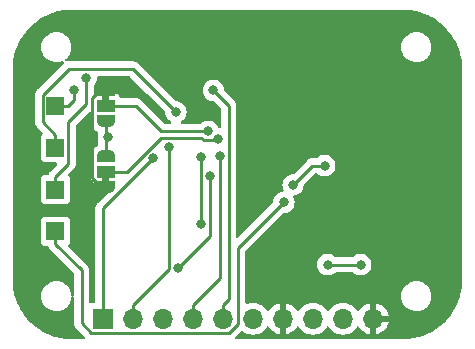
<source format=gbr>
%TF.GenerationSoftware,KiCad,Pcbnew,7.0.7*%
%TF.CreationDate,2025-04-13T10:38:35+09:30*%
%TF.ProjectId,MCP3909_Breakout,4d435033-3930-4395-9f42-7265616b6f75,rev?*%
%TF.SameCoordinates,Original*%
%TF.FileFunction,Copper,L2,Bot*%
%TF.FilePolarity,Positive*%
%FSLAX46Y46*%
G04 Gerber Fmt 4.6, Leading zero omitted, Abs format (unit mm)*
G04 Created by KiCad (PCBNEW 7.0.7) date 2025-04-13 10:38:35*
%MOMM*%
%LPD*%
G01*
G04 APERTURE LIST*
G04 Aperture macros list*
%AMFreePoly0*
4,1,19,0.550000,-0.750000,0.000000,-0.750000,0.000000,-0.744911,-0.071157,-0.744911,-0.207708,-0.704816,-0.327430,-0.627875,-0.420627,-0.520320,-0.479746,-0.390866,-0.500000,-0.250000,-0.500000,0.250000,-0.479746,0.390866,-0.420627,0.520320,-0.327430,0.627875,-0.207708,0.704816,-0.071157,0.744911,0.000000,0.744911,0.000000,0.750000,0.550000,0.750000,0.550000,-0.750000,0.550000,-0.750000,
$1*%
%AMFreePoly1*
4,1,19,0.000000,0.744911,0.071157,0.744911,0.207708,0.704816,0.327430,0.627875,0.420627,0.520320,0.479746,0.390866,0.500000,0.250000,0.500000,-0.250000,0.479746,-0.390866,0.420627,-0.520320,0.327430,-0.627875,0.207708,-0.704816,0.071157,-0.744911,0.000000,-0.744911,0.000000,-0.750000,-0.550000,-0.750000,-0.550000,0.750000,0.000000,0.750000,0.000000,0.744911,0.000000,0.744911,
$1*%
G04 Aperture macros list end*
%TA.AperFunction,ComponentPad*%
%ADD10R,1.700000X1.700000*%
%TD*%
%TA.AperFunction,ComponentPad*%
%ADD11O,1.700000X1.700000*%
%TD*%
%TA.AperFunction,SMDPad,CuDef*%
%ADD12R,1.500000X1.500000*%
%TD*%
%TA.AperFunction,SMDPad,CuDef*%
%ADD13FreePoly0,270.000000*%
%TD*%
%TA.AperFunction,SMDPad,CuDef*%
%ADD14R,1.500000X1.000000*%
%TD*%
%TA.AperFunction,SMDPad,CuDef*%
%ADD15FreePoly1,270.000000*%
%TD*%
%TA.AperFunction,SMDPad,CuDef*%
%ADD16FreePoly0,90.000000*%
%TD*%
%TA.AperFunction,SMDPad,CuDef*%
%ADD17FreePoly1,90.000000*%
%TD*%
%TA.AperFunction,ViaPad*%
%ADD18C,0.800000*%
%TD*%
%TA.AperFunction,Conductor*%
%ADD19C,0.250000*%
%TD*%
G04 APERTURE END LIST*
%TA.AperFunction,EtchedComponent*%
%TO.C,JP1*%
G36*
X132634000Y-93580000D02*
G01*
X132034000Y-93580000D01*
X132034000Y-93080000D01*
X132634000Y-93080000D01*
X132634000Y-93580000D01*
G37*
%TD.AperFunction*%
%TA.AperFunction,EtchedComponent*%
%TO.C,JP2*%
G36*
X132634000Y-100468000D02*
G01*
X132034000Y-100468000D01*
X132034000Y-99968000D01*
X132634000Y-99968000D01*
X132634000Y-100468000D01*
G37*
%TD.AperFunction*%
%TD*%
D10*
%TO.P,J1,1,Pin_1*%
%TO.N,VIN*%
X132080000Y-112014000D03*
D11*
%TO.P,J1,2,Pin_2*%
%TO.N,~{CS}{slash}F0*%
X134620000Y-112014000D03*
%TO.P,J1,3,Pin_3*%
%TO.N,SCK{slash}F2*%
X137160000Y-112014000D03*
%TO.P,J1,4,Pin_4*%
%TO.N,MOSI{slash}F1*%
X139700000Y-112014000D03*
%TO.P,J1,5,Pin_5*%
%TO.N,MISO{slash}NEG*%
X142240000Y-112014000D03*
%TO.P,J1,6,Pin_6*%
%TO.N,UP_IN*%
X144780000Y-112014000D03*
%TO.P,J1,7,Pin_7*%
%TO.N,GND*%
X147320000Y-112014000D03*
%TO.P,J1,8,Pin_8*%
%TO.N,IAN_IN*%
X149860000Y-112014000D03*
%TO.P,J1,9,Pin_9*%
%TO.N,IAP_IN*%
X152400000Y-112014000D03*
%TO.P,J1,10,Pin_10*%
%TO.N,GND*%
X154940000Y-112014000D03*
%TD*%
D12*
%TO.P,TP4,1,1*%
%TO.N,~{MCLR}*%
X128068700Y-104636000D03*
%TD*%
%TO.P,TP1,1,1*%
%TO.N,FOUT0*%
X128068700Y-93986000D03*
%TD*%
D13*
%TO.P,JP1,1,A*%
%TO.N,GND*%
X132334000Y-92680000D03*
D14*
%TO.P,JP1,2,C*%
%TO.N,G0*%
X132334000Y-93980000D03*
D15*
%TO.P,JP1,3,B*%
%TO.N,VIN*%
X132334000Y-95280000D03*
%TD*%
D12*
%TO.P,TP2,1,1*%
%TO.N,FOUT1*%
X128068700Y-97536000D03*
%TD*%
D16*
%TO.P,JP2,1,A*%
%TO.N,GND*%
X132334000Y-100868000D03*
D14*
%TO.P,JP2,2,C*%
%TO.N,G1*%
X132334000Y-99568000D03*
D17*
%TO.P,JP2,3,B*%
%TO.N,VIN*%
X132334000Y-98268000D03*
%TD*%
D12*
%TO.P,TP3,1,1*%
%TO.N,HFOUT*%
X128068700Y-101086000D03*
%TD*%
D18*
%TO.N,GND*%
X130671600Y-98049800D03*
%TO.N,UP*%
X140391700Y-98359200D03*
X140391700Y-104038500D03*
%TO.N,UN*%
X141119400Y-99906600D03*
X138428100Y-107735100D03*
%TO.N,VIN*%
X136319200Y-98443200D03*
X132553769Y-96659390D03*
%TO.N,IAP_IN*%
X153924000Y-107442000D03*
X151130000Y-107442000D03*
%TO.N,G0*%
X141005100Y-96142800D03*
%TO.N,G1*%
X141869900Y-96763200D03*
%TO.N,FOUT0*%
X129631300Y-92650300D03*
%TO.N,FOUT1*%
X138269500Y-94511300D03*
%TO.N,HFOUT*%
X130677000Y-91632000D03*
%TO.N,~{MCLR}*%
X147408700Y-102171600D03*
%TO.N,SCK{slash}F2*%
X148181049Y-100683049D03*
X150876000Y-99060000D03*
%TO.N,MOSI{slash}F1*%
X141999600Y-98264300D03*
%TO.N,~{CS}{slash}F0*%
X137657900Y-97490100D03*
%TO.N,MISO{slash}NEG*%
X141436400Y-92685900D03*
%TD*%
D19*
%TO.N,GND*%
X131184700Y-98049800D02*
X130671600Y-98049800D01*
X131184700Y-100135400D02*
X131917300Y-100868000D01*
X131917300Y-100868000D02*
X132334000Y-100868000D01*
X131184700Y-93373500D02*
X131878200Y-92680000D01*
X131184700Y-98049800D02*
X131184700Y-100135400D01*
X131184700Y-98049800D02*
X131184700Y-93373500D01*
X131878200Y-92680000D02*
X132334000Y-92680000D01*
%TO.N,UP*%
X140391700Y-104038500D02*
X140391700Y-98359200D01*
%TO.N,UN*%
X138428100Y-107735100D02*
X141119400Y-105043800D01*
X141119400Y-105043800D02*
X141119400Y-99906600D01*
%TO.N,VIN*%
X132553769Y-96659390D02*
X132334000Y-96439621D01*
X132553769Y-96659390D02*
X132334000Y-96879159D01*
X132080000Y-102682400D02*
X136319200Y-98443200D01*
X132080000Y-112014000D02*
X132080000Y-102682400D01*
X132334000Y-96439621D02*
X132334000Y-95280000D01*
X132334000Y-96879159D02*
X132334000Y-98268000D01*
%TO.N,IAP_IN*%
X151130000Y-107442000D02*
X153924000Y-107442000D01*
%TO.N,G0*%
X137036800Y-96142800D02*
X141005100Y-96142800D01*
X132334000Y-93980000D02*
X134874000Y-93980000D01*
X134874000Y-93980000D02*
X137036800Y-96142800D01*
%TO.N,G1*%
X141739800Y-96893300D02*
X140610900Y-96893300D01*
X140610900Y-96893300D02*
X140434500Y-96716900D01*
X140434500Y-96716900D02*
X137017600Y-96716900D01*
X137017600Y-96716900D02*
X134166500Y-99568000D01*
X134166500Y-99568000D02*
X132334000Y-99568000D01*
X141869900Y-96763200D02*
X141739800Y-96893300D01*
%TO.N,FOUT0*%
X128068700Y-93986000D02*
X129145600Y-93986000D01*
X129631300Y-93500300D02*
X129631300Y-92650300D01*
X129145600Y-93986000D02*
X129631300Y-93500300D01*
%TO.N,FOUT1*%
X128068700Y-96459100D02*
X126991800Y-95382200D01*
X128068700Y-97536000D02*
X128068700Y-96459100D01*
X126991800Y-93044500D02*
X129184000Y-90852300D01*
X129184000Y-90852300D02*
X134610500Y-90852300D01*
X134610500Y-90852300D02*
X138269500Y-94511300D01*
X126991800Y-95382200D02*
X126991800Y-93044500D01*
%TO.N,HFOUT*%
X128068700Y-101086000D02*
X128068700Y-100009100D01*
X129145600Y-95382200D02*
X130677000Y-93850800D01*
X129145600Y-98932200D02*
X129145600Y-95382200D01*
X128068700Y-100009100D02*
X129145600Y-98932200D01*
X130677000Y-93850800D02*
X130677000Y-91632000D01*
%TO.N,~{MCLR}*%
X128068700Y-104636000D02*
X128068700Y-105712900D01*
X131050200Y-113190900D02*
X142782700Y-113190900D01*
X143510000Y-106070300D02*
X147408700Y-102171600D01*
X130283700Y-112424400D02*
X131050200Y-113190900D01*
X142782700Y-113190900D02*
X143510000Y-112463600D01*
X130283700Y-107927900D02*
X130283700Y-112424400D01*
X143510000Y-112463600D02*
X143510000Y-106070300D01*
X128068700Y-105712900D02*
X130283700Y-107927900D01*
%TO.N,SCK{slash}F2*%
X150876000Y-99060000D02*
X149804098Y-99060000D01*
X149804098Y-99060000D02*
X148181049Y-100683049D01*
%TO.N,MOSI{slash}F1*%
X139700000Y-110837100D02*
X141999600Y-108537500D01*
X139700000Y-112014000D02*
X139700000Y-110837100D01*
X141999600Y-108537500D02*
X141999600Y-98264300D01*
%TO.N,~{CS}{slash}F0*%
X134620000Y-110837100D02*
X137657900Y-107799200D01*
X137657900Y-107799200D02*
X137657900Y-97490100D01*
X134620000Y-112014000D02*
X134620000Y-110837100D01*
%TO.N,MISO{slash}NEG*%
X142240000Y-110837100D02*
X142726900Y-110350200D01*
X142726900Y-110350200D02*
X142726900Y-93976400D01*
X142726900Y-93976400D02*
X141436400Y-92685900D01*
X142240000Y-112014000D02*
X142240000Y-110837100D01*
%TD*%
%TA.AperFunction,Conductor*%
%TO.N,GND*%
G36*
X158013617Y-85852477D02*
G01*
X158048612Y-85856838D01*
X158089682Y-85861957D01*
X158294762Y-85888957D01*
X158299304Y-85889731D01*
X158514278Y-85934807D01*
X158716602Y-85979661D01*
X158720845Y-85980761D01*
X158904802Y-86035527D01*
X158931379Y-86043440D01*
X159129265Y-86105833D01*
X159133088Y-86107179D01*
X159337023Y-86186755D01*
X159337807Y-86187061D01*
X159529664Y-86266531D01*
X159533139Y-86268097D01*
X159680425Y-86340101D01*
X159730622Y-86364641D01*
X159730634Y-86364647D01*
X159914969Y-86460605D01*
X159918072Y-86462336D01*
X160106992Y-86574907D01*
X160282412Y-86686662D01*
X160285127Y-86688494D01*
X160464204Y-86816353D01*
X160629302Y-86943037D01*
X160631630Y-86944914D01*
X160799664Y-87087230D01*
X160954214Y-87228850D01*
X161110940Y-87385575D01*
X161252579Y-87540147D01*
X161394865Y-87708143D01*
X161396742Y-87710471D01*
X161523448Y-87875598D01*
X161651313Y-88054683D01*
X161653140Y-88057391D01*
X161653143Y-88057396D01*
X161653145Y-88057398D01*
X161764884Y-88232794D01*
X161877465Y-88421731D01*
X161879199Y-88424840D01*
X161975151Y-88609164D01*
X162054140Y-88770736D01*
X162071156Y-88805542D01*
X162071688Y-88806629D01*
X162073269Y-88810134D01*
X162152737Y-89001989D01*
X162232600Y-89206660D01*
X162233972Y-89210555D01*
X162296355Y-89408406D01*
X162359030Y-89618928D01*
X162360138Y-89623201D01*
X162404992Y-89825522D01*
X162450059Y-90040455D01*
X162450849Y-90045087D01*
X162477855Y-90250227D01*
X162505027Y-90468218D01*
X162505444Y-90473185D01*
X162514442Y-90679297D01*
X162523398Y-90895818D01*
X162523398Y-108675898D01*
X162514410Y-108893196D01*
X162505441Y-109098609D01*
X162505024Y-109103575D01*
X162477852Y-109321566D01*
X162450846Y-109526705D01*
X162450056Y-109531338D01*
X162404988Y-109746280D01*
X162360134Y-109948597D01*
X162359026Y-109952869D01*
X162296352Y-110163389D01*
X162233972Y-110361233D01*
X162232600Y-110365128D01*
X162152730Y-110569817D01*
X162073267Y-110761656D01*
X162071687Y-110765161D01*
X161975154Y-110962622D01*
X161879192Y-111146962D01*
X161877458Y-111150071D01*
X161764888Y-111338991D01*
X161653131Y-111514412D01*
X161651300Y-111517126D01*
X161523446Y-111696197D01*
X161396742Y-111861321D01*
X161394865Y-111863649D01*
X161252566Y-112031661D01*
X161110955Y-112186202D01*
X160954202Y-112342955D01*
X160799661Y-112484566D01*
X160631649Y-112626865D01*
X160629321Y-112628742D01*
X160464197Y-112755446D01*
X160285126Y-112883300D01*
X160282412Y-112885131D01*
X160106991Y-112996888D01*
X159918071Y-113109458D01*
X159914962Y-113111192D01*
X159730622Y-113207154D01*
X159533161Y-113303687D01*
X159529656Y-113305267D01*
X159337817Y-113384730D01*
X159133128Y-113464600D01*
X159129233Y-113465972D01*
X158931389Y-113528352D01*
X158720869Y-113591026D01*
X158716597Y-113592134D01*
X158514280Y-113636988D01*
X158299338Y-113682056D01*
X158294705Y-113682846D01*
X158089566Y-113709852D01*
X157871575Y-113737024D01*
X157866609Y-113737441D01*
X157661196Y-113746410D01*
X157443898Y-113755398D01*
X143402153Y-113755398D01*
X143335114Y-113735713D01*
X143289359Y-113682909D01*
X143279415Y-113613751D01*
X143308440Y-113550195D01*
X143314472Y-113543717D01*
X143530621Y-113327568D01*
X143774502Y-113083686D01*
X143835824Y-113050203D01*
X143905516Y-113055187D01*
X143933300Y-113069790D01*
X144102170Y-113188035D01*
X144316337Y-113287903D01*
X144544592Y-113349063D01*
X144732918Y-113365539D01*
X144779999Y-113369659D01*
X144780000Y-113369659D01*
X144780001Y-113369659D01*
X144819234Y-113366226D01*
X145015408Y-113349063D01*
X145243663Y-113287903D01*
X145457830Y-113188035D01*
X145651401Y-113052495D01*
X145818495Y-112885401D01*
X145948730Y-112699405D01*
X146003307Y-112655781D01*
X146072805Y-112648587D01*
X146135160Y-112680110D01*
X146151879Y-112699405D01*
X146281890Y-112885078D01*
X146448917Y-113052105D01*
X146642421Y-113187600D01*
X146856507Y-113287429D01*
X146856516Y-113287433D01*
X147070000Y-113344634D01*
X147070000Y-112626301D01*
X147089685Y-112559262D01*
X147142489Y-112513507D01*
X147211647Y-112503563D01*
X147284237Y-112514000D01*
X147284238Y-112514000D01*
X147355762Y-112514000D01*
X147355763Y-112514000D01*
X147428353Y-112503563D01*
X147497512Y-112513507D01*
X147550315Y-112559262D01*
X147570000Y-112626301D01*
X147570000Y-113344633D01*
X147783483Y-113287433D01*
X147783492Y-113287429D01*
X147997578Y-113187600D01*
X148191082Y-113052105D01*
X148358105Y-112885082D01*
X148488119Y-112699405D01*
X148542696Y-112655781D01*
X148612195Y-112648588D01*
X148674549Y-112680110D01*
X148691269Y-112699405D01*
X148821505Y-112885401D01*
X148988599Y-113052495D01*
X149072427Y-113111192D01*
X149182165Y-113188032D01*
X149182167Y-113188033D01*
X149182170Y-113188035D01*
X149396337Y-113287903D01*
X149624592Y-113349063D01*
X149812918Y-113365539D01*
X149859999Y-113369659D01*
X149860000Y-113369659D01*
X149860001Y-113369659D01*
X149899234Y-113366226D01*
X150095408Y-113349063D01*
X150323663Y-113287903D01*
X150537830Y-113188035D01*
X150731401Y-113052495D01*
X150898495Y-112885401D01*
X151028424Y-112699842D01*
X151083002Y-112656217D01*
X151152500Y-112649023D01*
X151214855Y-112680546D01*
X151231575Y-112699842D01*
X151361321Y-112885139D01*
X151361505Y-112885401D01*
X151528599Y-113052495D01*
X151612427Y-113111192D01*
X151722165Y-113188032D01*
X151722167Y-113188033D01*
X151722170Y-113188035D01*
X151936337Y-113287903D01*
X152164592Y-113349063D01*
X152352918Y-113365539D01*
X152399999Y-113369659D01*
X152400000Y-113369659D01*
X152400001Y-113369659D01*
X152439234Y-113366226D01*
X152635408Y-113349063D01*
X152863663Y-113287903D01*
X153077830Y-113188035D01*
X153271401Y-113052495D01*
X153438495Y-112885401D01*
X153568730Y-112699405D01*
X153623307Y-112655781D01*
X153692805Y-112648587D01*
X153755160Y-112680110D01*
X153771879Y-112699405D01*
X153901890Y-112885078D01*
X154068917Y-113052105D01*
X154262421Y-113187600D01*
X154476507Y-113287429D01*
X154476516Y-113287433D01*
X154690000Y-113344634D01*
X154690000Y-112626301D01*
X154709685Y-112559262D01*
X154762489Y-112513507D01*
X154831647Y-112503563D01*
X154904237Y-112514000D01*
X154904238Y-112514000D01*
X154975762Y-112514000D01*
X154975763Y-112514000D01*
X155048353Y-112503563D01*
X155117512Y-112513507D01*
X155170315Y-112559262D01*
X155190000Y-112626301D01*
X155190000Y-113344633D01*
X155403483Y-113287433D01*
X155403492Y-113287429D01*
X155617578Y-113187600D01*
X155811082Y-113052105D01*
X155978105Y-112885082D01*
X156113600Y-112691578D01*
X156213429Y-112477492D01*
X156213432Y-112477486D01*
X156270636Y-112264000D01*
X155553347Y-112264000D01*
X155486308Y-112244315D01*
X155440553Y-112191511D01*
X155430609Y-112122353D01*
X155434369Y-112105067D01*
X155440000Y-112085888D01*
X155440000Y-111942111D01*
X155434369Y-111922933D01*
X155434370Y-111853064D01*
X155472145Y-111794286D01*
X155535701Y-111765262D01*
X155553347Y-111764000D01*
X156270636Y-111764000D01*
X156270635Y-111763999D01*
X156213432Y-111550513D01*
X156213429Y-111550507D01*
X156113600Y-111336422D01*
X156113599Y-111336420D01*
X155978113Y-111142926D01*
X155978108Y-111142920D01*
X155811082Y-110975894D01*
X155617578Y-110840399D01*
X155403492Y-110740570D01*
X155403486Y-110740567D01*
X155190000Y-110683364D01*
X155190000Y-111401698D01*
X155170315Y-111468737D01*
X155117511Y-111514492D01*
X155048355Y-111524436D01*
X154975766Y-111514000D01*
X154975763Y-111514000D01*
X154904237Y-111514000D01*
X154904233Y-111514000D01*
X154831645Y-111524436D01*
X154762487Y-111514492D01*
X154709684Y-111468736D01*
X154690000Y-111401698D01*
X154690000Y-110683364D01*
X154689999Y-110683364D01*
X154476513Y-110740567D01*
X154476507Y-110740570D01*
X154262422Y-110840399D01*
X154262420Y-110840400D01*
X154068926Y-110975886D01*
X154068920Y-110975891D01*
X153901891Y-111142920D01*
X153901890Y-111142922D01*
X153771880Y-111328595D01*
X153717303Y-111372219D01*
X153647804Y-111379412D01*
X153585450Y-111347890D01*
X153568730Y-111328594D01*
X153438494Y-111142597D01*
X153271402Y-110975506D01*
X153271395Y-110975501D01*
X153077834Y-110839967D01*
X153077830Y-110839965D01*
X153076258Y-110839232D01*
X152863663Y-110740097D01*
X152863659Y-110740096D01*
X152863655Y-110740094D01*
X152635413Y-110678938D01*
X152635403Y-110678936D01*
X152400001Y-110658341D01*
X152399999Y-110658341D01*
X152164596Y-110678936D01*
X152164586Y-110678938D01*
X151936344Y-110740094D01*
X151936335Y-110740098D01*
X151722171Y-110839964D01*
X151722169Y-110839965D01*
X151528597Y-110975505D01*
X151361505Y-111142597D01*
X151231575Y-111328158D01*
X151176998Y-111371783D01*
X151107500Y-111378977D01*
X151045145Y-111347454D01*
X151028425Y-111328158D01*
X150898494Y-111142597D01*
X150731402Y-110975506D01*
X150731395Y-110975501D01*
X150537834Y-110839967D01*
X150537830Y-110839965D01*
X150536258Y-110839232D01*
X150323663Y-110740097D01*
X150323659Y-110740096D01*
X150323655Y-110740094D01*
X150095413Y-110678938D01*
X150095403Y-110678936D01*
X149860001Y-110658341D01*
X149859999Y-110658341D01*
X149624596Y-110678936D01*
X149624586Y-110678938D01*
X149396344Y-110740094D01*
X149396335Y-110740098D01*
X149182171Y-110839964D01*
X149182169Y-110839965D01*
X148988597Y-110975505D01*
X148821508Y-111142594D01*
X148691269Y-111328595D01*
X148636692Y-111372219D01*
X148567193Y-111379412D01*
X148504839Y-111347890D01*
X148488119Y-111328594D01*
X148358113Y-111142926D01*
X148358108Y-111142920D01*
X148191082Y-110975894D01*
X147997578Y-110840399D01*
X147783492Y-110740570D01*
X147783486Y-110740567D01*
X147570000Y-110683364D01*
X147570000Y-111401698D01*
X147550315Y-111468737D01*
X147497511Y-111514492D01*
X147428355Y-111524436D01*
X147355766Y-111514000D01*
X147355763Y-111514000D01*
X147284237Y-111514000D01*
X147284233Y-111514000D01*
X147211645Y-111524436D01*
X147142487Y-111514492D01*
X147089684Y-111468736D01*
X147070000Y-111401698D01*
X147070000Y-110683364D01*
X147069999Y-110683364D01*
X146856513Y-110740567D01*
X146856507Y-110740570D01*
X146642422Y-110840399D01*
X146642420Y-110840400D01*
X146448926Y-110975886D01*
X146448920Y-110975891D01*
X146281891Y-111142920D01*
X146281890Y-111142922D01*
X146151880Y-111328595D01*
X146097303Y-111372219D01*
X146027804Y-111379412D01*
X145965450Y-111347890D01*
X145948730Y-111328594D01*
X145818494Y-111142597D01*
X145651402Y-110975506D01*
X145651395Y-110975501D01*
X145457834Y-110839967D01*
X145457830Y-110839965D01*
X145456258Y-110839232D01*
X145243663Y-110740097D01*
X145243659Y-110740096D01*
X145243655Y-110740094D01*
X145015413Y-110678938D01*
X145015403Y-110678936D01*
X144780001Y-110658341D01*
X144779999Y-110658341D01*
X144544596Y-110678936D01*
X144544586Y-110678938D01*
X144316344Y-110740094D01*
X144316328Y-110740100D01*
X144311896Y-110742167D01*
X144242818Y-110752654D01*
X144179036Y-110724129D01*
X144140801Y-110665650D01*
X144135500Y-110629781D01*
X144135500Y-110109002D01*
X157347647Y-110109002D01*
X157367021Y-110330457D01*
X157367022Y-110330465D01*
X157424558Y-110545191D01*
X157424559Y-110545193D01*
X157424560Y-110545196D01*
X157445924Y-110591011D01*
X157518511Y-110746676D01*
X157518513Y-110746679D01*
X157646023Y-110928781D01*
X157803219Y-111085977D01*
X157985323Y-111213488D01*
X158186804Y-111307440D01*
X158186811Y-111307442D01*
X158186814Y-111307443D01*
X158222313Y-111316955D01*
X158225422Y-111317875D01*
X158229745Y-111319279D01*
X158229755Y-111319283D01*
X158238158Y-111321200D01*
X158401537Y-111364978D01*
X158443378Y-111368638D01*
X158451778Y-111369957D01*
X158452179Y-111370049D01*
X158454917Y-111370674D01*
X158454939Y-111370678D01*
X158488563Y-111378351D01*
X158520475Y-111375383D01*
X158623000Y-111384353D01*
X158669024Y-111380326D01*
X158677186Y-111380154D01*
X158680093Y-111380285D01*
X158680098Y-111380284D01*
X158681448Y-111380345D01*
X158681461Y-111380345D01*
X158715036Y-111381853D01*
X158744627Y-111373712D01*
X158844463Y-111364978D01*
X158893183Y-111351923D01*
X158900886Y-111350377D01*
X158906173Y-111349661D01*
X158906175Y-111349660D01*
X158908724Y-111349315D01*
X158908742Y-111349312D01*
X158938510Y-111345279D01*
X158964954Y-111332692D01*
X159041600Y-111312154D01*
X159059186Y-111307443D01*
X159059188Y-111307442D01*
X159059196Y-111307440D01*
X159108821Y-111284299D01*
X159115841Y-111281534D01*
X159123150Y-111279160D01*
X159123156Y-111279156D01*
X159128442Y-111277439D01*
X159128454Y-111277435D01*
X159151940Y-111269803D01*
X159174599Y-111253626D01*
X159260677Y-111213488D01*
X159309124Y-111179564D01*
X159315284Y-111175768D01*
X159324053Y-111171050D01*
X159324056Y-111171047D01*
X159348587Y-111157847D01*
X159367028Y-111139019D01*
X159442781Y-111085977D01*
X159487779Y-111040978D01*
X159492935Y-111036370D01*
X159502423Y-111028805D01*
X159502424Y-111028802D01*
X159507636Y-111024647D01*
X159508654Y-111024231D01*
X159511146Y-111021849D01*
X159522298Y-111012955D01*
X159536294Y-110992463D01*
X159599977Y-110928781D01*
X159639105Y-110872901D01*
X159643196Y-110867676D01*
X159652528Y-110856996D01*
X159652531Y-110856990D01*
X159652709Y-110856787D01*
X159654954Y-110855356D01*
X159659873Y-110848586D01*
X159667621Y-110839717D01*
X159677165Y-110818544D01*
X159727488Y-110746677D01*
X159758324Y-110680548D01*
X159761270Y-110674991D01*
X159766608Y-110666057D01*
X159769634Y-110663257D01*
X159775270Y-110651556D01*
X159780005Y-110643630D01*
X159785296Y-110622706D01*
X159821440Y-110545196D01*
X159821440Y-110545194D01*
X159821442Y-110545191D01*
X159821442Y-110545190D01*
X159829220Y-110516161D01*
X159841583Y-110470021D01*
X159843406Y-110464337D01*
X159845697Y-110458233D01*
X159849010Y-110453827D01*
X159853628Y-110437097D01*
X159855953Y-110430902D01*
X159857384Y-110411051D01*
X159859880Y-110401736D01*
X159878978Y-110330463D01*
X159886198Y-110247930D01*
X159886951Y-110242317D01*
X159890444Y-110223072D01*
X159890444Y-110223067D01*
X159891311Y-110218291D01*
X159891314Y-110218269D01*
X159892694Y-110210660D01*
X159890998Y-110198304D01*
X159891112Y-110193216D01*
X159891326Y-110189314D01*
X159898353Y-110109000D01*
X159891326Y-110028690D01*
X159891112Y-110024780D01*
X159890999Y-110019697D01*
X159893353Y-110010969D01*
X159890746Y-109996600D01*
X159890741Y-109996568D01*
X159890444Y-109994932D01*
X159890444Y-109994928D01*
X159886951Y-109975682D01*
X159886198Y-109970069D01*
X159878978Y-109887537D01*
X159857383Y-109806944D01*
X159857742Y-109791863D01*
X159853629Y-109780905D01*
X159849892Y-109767363D01*
X159845686Y-109759736D01*
X159843410Y-109753671D01*
X159841572Y-109747938D01*
X159821442Y-109672811D01*
X159821439Y-109672802D01*
X159821438Y-109672800D01*
X159785296Y-109595294D01*
X159782838Y-109579109D01*
X159775267Y-109566437D01*
X159770728Y-109557013D01*
X159766606Y-109551938D01*
X159761279Y-109543022D01*
X159758309Y-109537419D01*
X159727488Y-109471324D01*
X159727487Y-109471322D01*
X159677166Y-109399456D01*
X159671534Y-109382757D01*
X159659872Y-109369409D01*
X159655927Y-109363979D01*
X159652715Y-109361217D01*
X159643193Y-109350318D01*
X159639100Y-109345093D01*
X159599977Y-109289219D01*
X159536295Y-109225537D01*
X159527268Y-109209005D01*
X159511145Y-109196148D01*
X159509158Y-109194248D01*
X159507641Y-109193354D01*
X159492944Y-109181634D01*
X159487754Y-109176996D01*
X159442782Y-109132023D01*
X159367029Y-109078981D01*
X159354536Y-109063352D01*
X159315297Y-109042237D01*
X159309110Y-109038424D01*
X159260682Y-109004515D01*
X159260680Y-109004514D01*
X159260679Y-109004513D01*
X159260677Y-109004512D01*
X159174599Y-108964373D01*
X159158732Y-108950402D01*
X159128007Y-108940418D01*
X159127998Y-108940416D01*
X159115844Y-108936465D01*
X159108801Y-108933690D01*
X159059195Y-108910559D01*
X158964952Y-108885307D01*
X158945955Y-108873728D01*
X158907197Y-108868477D01*
X158900891Y-108867622D01*
X158893165Y-108866070D01*
X158844467Y-108853023D01*
X158844465Y-108853022D01*
X158844463Y-108853022D01*
X158844461Y-108853021D01*
X158844457Y-108853021D01*
X158744623Y-108844287D01*
X158722904Y-108835791D01*
X158677190Y-108837844D01*
X158668998Y-108837670D01*
X158623004Y-108833647D01*
X158622998Y-108833647D01*
X158520463Y-108842617D01*
X158496582Y-108837817D01*
X158452180Y-108847950D01*
X158452179Y-108847951D01*
X158451786Y-108848040D01*
X158443391Y-108849359D01*
X158401540Y-108853021D01*
X158401534Y-108853022D01*
X158238172Y-108896796D01*
X158229744Y-108898719D01*
X158225408Y-108900127D01*
X158222315Y-108901043D01*
X158186806Y-108910558D01*
X158186803Y-108910559D01*
X157985323Y-109004512D01*
X157985319Y-109004514D01*
X157803217Y-109132023D01*
X157646023Y-109289217D01*
X157518514Y-109471319D01*
X157518512Y-109471323D01*
X157424561Y-109672800D01*
X157367022Y-109887535D01*
X157367021Y-109887542D01*
X157347647Y-110108997D01*
X157347647Y-110109002D01*
X144135500Y-110109002D01*
X144135500Y-107442000D01*
X150224540Y-107442000D01*
X150244326Y-107630256D01*
X150244327Y-107630259D01*
X150302818Y-107810277D01*
X150302821Y-107810284D01*
X150397467Y-107974216D01*
X150499185Y-108087185D01*
X150524129Y-108114888D01*
X150677265Y-108226148D01*
X150677270Y-108226151D01*
X150850192Y-108303142D01*
X150850197Y-108303144D01*
X151035354Y-108342500D01*
X151035355Y-108342500D01*
X151224644Y-108342500D01*
X151224646Y-108342500D01*
X151409803Y-108303144D01*
X151582730Y-108226151D01*
X151735871Y-108114888D01*
X151738788Y-108111647D01*
X151741600Y-108108526D01*
X151801087Y-108071879D01*
X151833748Y-108067500D01*
X153220252Y-108067500D01*
X153287291Y-108087185D01*
X153312400Y-108108526D01*
X153318126Y-108114885D01*
X153318130Y-108114889D01*
X153471265Y-108226148D01*
X153471270Y-108226151D01*
X153644192Y-108303142D01*
X153644197Y-108303144D01*
X153829354Y-108342500D01*
X153829355Y-108342500D01*
X154018644Y-108342500D01*
X154018646Y-108342500D01*
X154203803Y-108303144D01*
X154376730Y-108226151D01*
X154529871Y-108114888D01*
X154656533Y-107974216D01*
X154751179Y-107810284D01*
X154809674Y-107630256D01*
X154829460Y-107442000D01*
X154809674Y-107253744D01*
X154751179Y-107073716D01*
X154656533Y-106909784D01*
X154529871Y-106769112D01*
X154529870Y-106769111D01*
X154376734Y-106657851D01*
X154376729Y-106657848D01*
X154203807Y-106580857D01*
X154203802Y-106580855D01*
X154058000Y-106549865D01*
X154018646Y-106541500D01*
X153829354Y-106541500D01*
X153796897Y-106548398D01*
X153644197Y-106580855D01*
X153644192Y-106580857D01*
X153471270Y-106657848D01*
X153471265Y-106657851D01*
X153318130Y-106769110D01*
X153318126Y-106769114D01*
X153312400Y-106775474D01*
X153252913Y-106812121D01*
X153220252Y-106816500D01*
X151833748Y-106816500D01*
X151766709Y-106796815D01*
X151741600Y-106775474D01*
X151735873Y-106769114D01*
X151735869Y-106769110D01*
X151582734Y-106657851D01*
X151582729Y-106657848D01*
X151409807Y-106580857D01*
X151409802Y-106580855D01*
X151264000Y-106549865D01*
X151224646Y-106541500D01*
X151035354Y-106541500D01*
X151002897Y-106548398D01*
X150850197Y-106580855D01*
X150850192Y-106580857D01*
X150677270Y-106657848D01*
X150677265Y-106657851D01*
X150524129Y-106769111D01*
X150397466Y-106909785D01*
X150302821Y-107073715D01*
X150302818Y-107073722D01*
X150244327Y-107253740D01*
X150244326Y-107253744D01*
X150224540Y-107442000D01*
X144135500Y-107442000D01*
X144135500Y-106380752D01*
X144155185Y-106313713D01*
X144171819Y-106293071D01*
X147356472Y-103108419D01*
X147417795Y-103074934D01*
X147444153Y-103072100D01*
X147503344Y-103072100D01*
X147503346Y-103072100D01*
X147688503Y-103032744D01*
X147861430Y-102955751D01*
X148014571Y-102844488D01*
X148141233Y-102703816D01*
X148235879Y-102539884D01*
X148294374Y-102359856D01*
X148314160Y-102171600D01*
X148294374Y-101983344D01*
X148235879Y-101803316D01*
X148212550Y-101762910D01*
X148196079Y-101695015D01*
X148218931Y-101628988D01*
X148273852Y-101585797D01*
X148294154Y-101579625D01*
X148460852Y-101544193D01*
X148633779Y-101467200D01*
X148786920Y-101355937D01*
X148913582Y-101215265D01*
X149008228Y-101051333D01*
X149066723Y-100871305D01*
X149084370Y-100703393D01*
X149110953Y-100638783D01*
X149120000Y-100628687D01*
X150026869Y-99721819D01*
X150088193Y-99688334D01*
X150114551Y-99685500D01*
X150172252Y-99685500D01*
X150239291Y-99705185D01*
X150264400Y-99726526D01*
X150270126Y-99732885D01*
X150270130Y-99732889D01*
X150423265Y-99844148D01*
X150423270Y-99844151D01*
X150596192Y-99921142D01*
X150596197Y-99921144D01*
X150781354Y-99960500D01*
X150781355Y-99960500D01*
X150970644Y-99960500D01*
X150970646Y-99960500D01*
X151155803Y-99921144D01*
X151328730Y-99844151D01*
X151481871Y-99732888D01*
X151608533Y-99592216D01*
X151703179Y-99428284D01*
X151761674Y-99248256D01*
X151781460Y-99060000D01*
X151761674Y-98871744D01*
X151703179Y-98691716D01*
X151608533Y-98527784D01*
X151481871Y-98387112D01*
X151481870Y-98387111D01*
X151328734Y-98275851D01*
X151328729Y-98275848D01*
X151155807Y-98198857D01*
X151155802Y-98198855D01*
X151010000Y-98167865D01*
X150970646Y-98159500D01*
X150781354Y-98159500D01*
X150748897Y-98166398D01*
X150596197Y-98198855D01*
X150596192Y-98198857D01*
X150423270Y-98275848D01*
X150423265Y-98275851D01*
X150270130Y-98387110D01*
X150270126Y-98387114D01*
X150264400Y-98393474D01*
X150204913Y-98430121D01*
X150172252Y-98434500D01*
X149886841Y-98434500D01*
X149871220Y-98432775D01*
X149871194Y-98433061D01*
X149863432Y-98432327D01*
X149863431Y-98432327D01*
X149794284Y-98434500D01*
X149764747Y-98434500D01*
X149757864Y-98435369D01*
X149752047Y-98435826D01*
X149705471Y-98437290D01*
X149686227Y-98442881D01*
X149667177Y-98446825D01*
X149647309Y-98449334D01*
X149603982Y-98466488D01*
X149598456Y-98468379D01*
X149553712Y-98481379D01*
X149553708Y-98481381D01*
X149536464Y-98491579D01*
X149519003Y-98500133D01*
X149500372Y-98507510D01*
X149500360Y-98507517D01*
X149462668Y-98534902D01*
X149457785Y-98538109D01*
X149417678Y-98561829D01*
X149403512Y-98575995D01*
X149388722Y-98588627D01*
X149372512Y-98600404D01*
X149372509Y-98600407D01*
X149342808Y-98636309D01*
X149338875Y-98640631D01*
X148233277Y-99746230D01*
X148171954Y-99779715D01*
X148145596Y-99782549D01*
X148086403Y-99782549D01*
X148053946Y-99789447D01*
X147901246Y-99821904D01*
X147901241Y-99821906D01*
X147728319Y-99898897D01*
X147728314Y-99898900D01*
X147575178Y-100010160D01*
X147448515Y-100150834D01*
X147353870Y-100314764D01*
X147353867Y-100314771D01*
X147295376Y-100494789D01*
X147295375Y-100494793D01*
X147275589Y-100683049D01*
X147295375Y-100871305D01*
X147295376Y-100871308D01*
X147353867Y-101051326D01*
X147353870Y-101051333D01*
X147377196Y-101091735D01*
X147393669Y-101159634D01*
X147370817Y-101225661D01*
X147315895Y-101268852D01*
X147295590Y-101275024D01*
X147128897Y-101310455D01*
X147128892Y-101310457D01*
X146955970Y-101387448D01*
X146955965Y-101387451D01*
X146802829Y-101498711D01*
X146676166Y-101639385D01*
X146581521Y-101803315D01*
X146581518Y-101803322D01*
X146523027Y-101983340D01*
X146523026Y-101983344D01*
X146505379Y-102151249D01*
X146478794Y-102215863D01*
X146469739Y-102225968D01*
X143564081Y-105131627D01*
X143502758Y-105165112D01*
X143433066Y-105160128D01*
X143377133Y-105118256D01*
X143352716Y-105052792D01*
X143352400Y-105043946D01*
X143352400Y-94059142D01*
X143354124Y-94043522D01*
X143353839Y-94043495D01*
X143354573Y-94035733D01*
X143352400Y-93966572D01*
X143352400Y-93937056D01*
X143352400Y-93937050D01*
X143351531Y-93930179D01*
X143351073Y-93924352D01*
X143349610Y-93877773D01*
X143344019Y-93858530D01*
X143340073Y-93839478D01*
X143337564Y-93819608D01*
X143320404Y-93776267D01*
X143318524Y-93770779D01*
X143305518Y-93726010D01*
X143295322Y-93708770D01*
X143286761Y-93691294D01*
X143279387Y-93672670D01*
X143279386Y-93672668D01*
X143251979Y-93634945D01*
X143248788Y-93630086D01*
X143244431Y-93622719D01*
X143225070Y-93589980D01*
X143225068Y-93589978D01*
X143225065Y-93589974D01*
X143210906Y-93575815D01*
X143198268Y-93561019D01*
X143186494Y-93544813D01*
X143169522Y-93530773D01*
X143150588Y-93515109D01*
X143146276Y-93511186D01*
X142375360Y-92740269D01*
X142341875Y-92678946D01*
X142339723Y-92665568D01*
X142322074Y-92497644D01*
X142263579Y-92317616D01*
X142168933Y-92153684D01*
X142042271Y-92013012D01*
X142042270Y-92013011D01*
X141889134Y-91901751D01*
X141889129Y-91901748D01*
X141716207Y-91824757D01*
X141716202Y-91824755D01*
X141570401Y-91793765D01*
X141531046Y-91785400D01*
X141341754Y-91785400D01*
X141309297Y-91792298D01*
X141156597Y-91824755D01*
X141156592Y-91824757D01*
X140983670Y-91901748D01*
X140983665Y-91901751D01*
X140830529Y-92013011D01*
X140703866Y-92153685D01*
X140609221Y-92317615D01*
X140609218Y-92317622D01*
X140562293Y-92462044D01*
X140550726Y-92497644D01*
X140530940Y-92685900D01*
X140550726Y-92874156D01*
X140550727Y-92874159D01*
X140609218Y-93054177D01*
X140609221Y-93054184D01*
X140703867Y-93218116D01*
X140808944Y-93334815D01*
X140830529Y-93358788D01*
X140983665Y-93470048D01*
X140983670Y-93470051D01*
X141156592Y-93547042D01*
X141156597Y-93547044D01*
X141341754Y-93586400D01*
X141400948Y-93586400D01*
X141467987Y-93606085D01*
X141488629Y-93622719D01*
X142065081Y-94199171D01*
X142098566Y-94260494D01*
X142101400Y-94286852D01*
X142101400Y-95739367D01*
X142081715Y-95806406D01*
X142028911Y-95852161D01*
X141971044Y-95861614D01*
X141971044Y-95862700D01*
X141951023Y-95862700D01*
X141883984Y-95843015D01*
X141838229Y-95790211D01*
X141833091Y-95777015D01*
X141832280Y-95774520D01*
X141832279Y-95774516D01*
X141737633Y-95610584D01*
X141610971Y-95469912D01*
X141610970Y-95469911D01*
X141457834Y-95358651D01*
X141457829Y-95358648D01*
X141284907Y-95281657D01*
X141284902Y-95281655D01*
X141139100Y-95250665D01*
X141099746Y-95242300D01*
X140910454Y-95242300D01*
X140877997Y-95249198D01*
X140725297Y-95281655D01*
X140725292Y-95281657D01*
X140552370Y-95358648D01*
X140552365Y-95358651D01*
X140399230Y-95469910D01*
X140399226Y-95469914D01*
X140393500Y-95476274D01*
X140334013Y-95512921D01*
X140301352Y-95517300D01*
X138798514Y-95517300D01*
X138731475Y-95497615D01*
X138685720Y-95444811D01*
X138675776Y-95375653D01*
X138704801Y-95312097D01*
X138725629Y-95292982D01*
X138803371Y-95236499D01*
X138875371Y-95184188D01*
X139002033Y-95043516D01*
X139096679Y-94879584D01*
X139155174Y-94699556D01*
X139174960Y-94511300D01*
X139155174Y-94323044D01*
X139096679Y-94143016D01*
X139002033Y-93979084D01*
X138875371Y-93838412D01*
X138875370Y-93838411D01*
X138722234Y-93727151D01*
X138722229Y-93727148D01*
X138549307Y-93650157D01*
X138549302Y-93650155D01*
X138403501Y-93619165D01*
X138364146Y-93610800D01*
X138364145Y-93610800D01*
X138304953Y-93610800D01*
X138237914Y-93591115D01*
X138217272Y-93574481D01*
X135111303Y-90468512D01*
X135101480Y-90456250D01*
X135101259Y-90456434D01*
X135096286Y-90450423D01*
X135077659Y-90432931D01*
X135045864Y-90403073D01*
X135035419Y-90392628D01*
X135024975Y-90382183D01*
X135019486Y-90377925D01*
X135015061Y-90374147D01*
X134981082Y-90342238D01*
X134981080Y-90342236D01*
X134981077Y-90342235D01*
X134963529Y-90332588D01*
X134947263Y-90321904D01*
X134931433Y-90309625D01*
X134888668Y-90291118D01*
X134883422Y-90288548D01*
X134842593Y-90266103D01*
X134842592Y-90266102D01*
X134823193Y-90261122D01*
X134804781Y-90254818D01*
X134786398Y-90246862D01*
X134786392Y-90246860D01*
X134740374Y-90239572D01*
X134734652Y-90238387D01*
X134689521Y-90226800D01*
X134689519Y-90226800D01*
X134669484Y-90226800D01*
X134650086Y-90225273D01*
X134642662Y-90224097D01*
X134630305Y-90222140D01*
X134630304Y-90222140D01*
X134583916Y-90226525D01*
X134578078Y-90226800D01*
X129266743Y-90226800D01*
X129251122Y-90225075D01*
X129251096Y-90225361D01*
X129243334Y-90224627D01*
X129243333Y-90224627D01*
X129174186Y-90226800D01*
X129144649Y-90226800D01*
X129137766Y-90227669D01*
X129131949Y-90228126D01*
X129085373Y-90229590D01*
X129066129Y-90235181D01*
X129047079Y-90239125D01*
X129031579Y-90241083D01*
X128962602Y-90229956D01*
X128910590Y-90183302D01*
X128892057Y-90115935D01*
X128912888Y-90049243D01*
X128944915Y-90016486D01*
X128962781Y-90003977D01*
X129007779Y-89958978D01*
X129012935Y-89954370D01*
X129022423Y-89946805D01*
X129022424Y-89946802D01*
X129027636Y-89942647D01*
X129028654Y-89942231D01*
X129031146Y-89939849D01*
X129042298Y-89930955D01*
X129056294Y-89910463D01*
X129119977Y-89846781D01*
X129159105Y-89790901D01*
X129163196Y-89785676D01*
X129172528Y-89774996D01*
X129172531Y-89774990D01*
X129172709Y-89774787D01*
X129174954Y-89773356D01*
X129179873Y-89766586D01*
X129187621Y-89757717D01*
X129197165Y-89736544D01*
X129247488Y-89664677D01*
X129278324Y-89598548D01*
X129281270Y-89592991D01*
X129286608Y-89584057D01*
X129289634Y-89581257D01*
X129295270Y-89569556D01*
X129300005Y-89561630D01*
X129305296Y-89540706D01*
X129341440Y-89463196D01*
X129341440Y-89463194D01*
X129341442Y-89463191D01*
X129341442Y-89463190D01*
X129346314Y-89445007D01*
X129361583Y-89388021D01*
X129363406Y-89382337D01*
X129365697Y-89376233D01*
X129369010Y-89371827D01*
X129373628Y-89355097D01*
X129375953Y-89348902D01*
X129377384Y-89329051D01*
X129398976Y-89248469D01*
X129398977Y-89248465D01*
X129398978Y-89248463D01*
X129406198Y-89165930D01*
X129406951Y-89160317D01*
X129410444Y-89141072D01*
X129410444Y-89141067D01*
X129411311Y-89136291D01*
X129411314Y-89136269D01*
X129412694Y-89128660D01*
X129410998Y-89116304D01*
X129411112Y-89111216D01*
X129411326Y-89107314D01*
X129418353Y-89027002D01*
X157347647Y-89027002D01*
X157367021Y-89248457D01*
X157367022Y-89248465D01*
X157424558Y-89463191D01*
X157424559Y-89463193D01*
X157424560Y-89463196D01*
X157460701Y-89540700D01*
X157518511Y-89664676D01*
X157518513Y-89664679D01*
X157646023Y-89846781D01*
X157803219Y-90003977D01*
X157985323Y-90131488D01*
X158186804Y-90225440D01*
X158186811Y-90225442D01*
X158186814Y-90225443D01*
X158222313Y-90234955D01*
X158225422Y-90235875D01*
X158229745Y-90237279D01*
X158229755Y-90237283D01*
X158238158Y-90239200D01*
X158401537Y-90282978D01*
X158443378Y-90286638D01*
X158451778Y-90287957D01*
X158452179Y-90288049D01*
X158454917Y-90288674D01*
X158454939Y-90288678D01*
X158488563Y-90296351D01*
X158520475Y-90293383D01*
X158623000Y-90302353D01*
X158669024Y-90298326D01*
X158677186Y-90298154D01*
X158680093Y-90298285D01*
X158680098Y-90298284D01*
X158681448Y-90298345D01*
X158681461Y-90298345D01*
X158715036Y-90299853D01*
X158744627Y-90291712D01*
X158844463Y-90282978D01*
X158893183Y-90269923D01*
X158900886Y-90268377D01*
X158906173Y-90267661D01*
X158906175Y-90267660D01*
X158908724Y-90267315D01*
X158908742Y-90267312D01*
X158938510Y-90263279D01*
X158964954Y-90250692D01*
X159042342Y-90229956D01*
X159059186Y-90225443D01*
X159059188Y-90225442D01*
X159059196Y-90225440D01*
X159108821Y-90202299D01*
X159115841Y-90199534D01*
X159123150Y-90197160D01*
X159123156Y-90197156D01*
X159128442Y-90195439D01*
X159128454Y-90195435D01*
X159151940Y-90187803D01*
X159174599Y-90171626D01*
X159260677Y-90131488D01*
X159309124Y-90097564D01*
X159315284Y-90093768D01*
X159324053Y-90089050D01*
X159324056Y-90089047D01*
X159348587Y-90075847D01*
X159367028Y-90057019D01*
X159442781Y-90003977D01*
X159487779Y-89958978D01*
X159492935Y-89954370D01*
X159502423Y-89946805D01*
X159502424Y-89946802D01*
X159507636Y-89942647D01*
X159508654Y-89942231D01*
X159511146Y-89939849D01*
X159522298Y-89930955D01*
X159536294Y-89910463D01*
X159599977Y-89846781D01*
X159639105Y-89790901D01*
X159643196Y-89785676D01*
X159652528Y-89774996D01*
X159652531Y-89774990D01*
X159652709Y-89774787D01*
X159654954Y-89773356D01*
X159659873Y-89766586D01*
X159667621Y-89757717D01*
X159677165Y-89736544D01*
X159727488Y-89664677D01*
X159758324Y-89598548D01*
X159761270Y-89592991D01*
X159766608Y-89584057D01*
X159769634Y-89581257D01*
X159775270Y-89569556D01*
X159780005Y-89561630D01*
X159785296Y-89540706D01*
X159821440Y-89463196D01*
X159821440Y-89463194D01*
X159821442Y-89463191D01*
X159821442Y-89463190D01*
X159826314Y-89445007D01*
X159841583Y-89388021D01*
X159843406Y-89382337D01*
X159845697Y-89376233D01*
X159849010Y-89371827D01*
X159853628Y-89355097D01*
X159855953Y-89348902D01*
X159857384Y-89329051D01*
X159878976Y-89248469D01*
X159878977Y-89248465D01*
X159878978Y-89248463D01*
X159886198Y-89165930D01*
X159886951Y-89160317D01*
X159890444Y-89141072D01*
X159890444Y-89141067D01*
X159891311Y-89136291D01*
X159891314Y-89136269D01*
X159892694Y-89128660D01*
X159890998Y-89116304D01*
X159891112Y-89111216D01*
X159891326Y-89107314D01*
X159898353Y-89027000D01*
X159891326Y-88946690D01*
X159891112Y-88942780D01*
X159890999Y-88937697D01*
X159893353Y-88928969D01*
X159890746Y-88914600D01*
X159890741Y-88914568D01*
X159890444Y-88912932D01*
X159890444Y-88912928D01*
X159886951Y-88893682D01*
X159886198Y-88888069D01*
X159878978Y-88805537D01*
X159857383Y-88724944D01*
X159857742Y-88709863D01*
X159853629Y-88698905D01*
X159849892Y-88685363D01*
X159845686Y-88677736D01*
X159843410Y-88671671D01*
X159841572Y-88665938D01*
X159840691Y-88662651D01*
X159821440Y-88590804D01*
X159785296Y-88513294D01*
X159782838Y-88497109D01*
X159775267Y-88484437D01*
X159770728Y-88475013D01*
X159766606Y-88469938D01*
X159761279Y-88461022D01*
X159758309Y-88455419D01*
X159727488Y-88389324D01*
X159727487Y-88389322D01*
X159677166Y-88317456D01*
X159671534Y-88300757D01*
X159659872Y-88287409D01*
X159655927Y-88281979D01*
X159652715Y-88279217D01*
X159643193Y-88268318D01*
X159639100Y-88263093D01*
X159599977Y-88207219D01*
X159536295Y-88143537D01*
X159527268Y-88127005D01*
X159511145Y-88114148D01*
X159509158Y-88112248D01*
X159507641Y-88111354D01*
X159492944Y-88099634D01*
X159487754Y-88094996D01*
X159442782Y-88050023D01*
X159367029Y-87996981D01*
X159354536Y-87981352D01*
X159315297Y-87960237D01*
X159309110Y-87956424D01*
X159260682Y-87922515D01*
X159260680Y-87922514D01*
X159260679Y-87922513D01*
X159260677Y-87922512D01*
X159174599Y-87882373D01*
X159158732Y-87868402D01*
X159128007Y-87858418D01*
X159127998Y-87858416D01*
X159115844Y-87854465D01*
X159108801Y-87851690D01*
X159059195Y-87828559D01*
X158964952Y-87803307D01*
X158945955Y-87791728D01*
X158907197Y-87786477D01*
X158900891Y-87785622D01*
X158893165Y-87784070D01*
X158844467Y-87771023D01*
X158844465Y-87771022D01*
X158844463Y-87771022D01*
X158844461Y-87771021D01*
X158844457Y-87771021D01*
X158744623Y-87762287D01*
X158722904Y-87753791D01*
X158677190Y-87755844D01*
X158668998Y-87755670D01*
X158623004Y-87751647D01*
X158622998Y-87751647D01*
X158520463Y-87760617D01*
X158496582Y-87755817D01*
X158452180Y-87765950D01*
X158452179Y-87765951D01*
X158451786Y-87766040D01*
X158443391Y-87767359D01*
X158401540Y-87771021D01*
X158401534Y-87771022D01*
X158238172Y-87814796D01*
X158229744Y-87816719D01*
X158225408Y-87818127D01*
X158222315Y-87819043D01*
X158186806Y-87828558D01*
X158186803Y-87828559D01*
X157985323Y-87922512D01*
X157985319Y-87922514D01*
X157803217Y-88050023D01*
X157646023Y-88207217D01*
X157518514Y-88389319D01*
X157518512Y-88389323D01*
X157424561Y-88590800D01*
X157367022Y-88805535D01*
X157367021Y-88805542D01*
X157347647Y-89026997D01*
X157347647Y-89027002D01*
X129418353Y-89027002D01*
X129418353Y-89027000D01*
X129411326Y-88946690D01*
X129411112Y-88942780D01*
X129410999Y-88937697D01*
X129413353Y-88928969D01*
X129410746Y-88914600D01*
X129410741Y-88914568D01*
X129410444Y-88912932D01*
X129410444Y-88912928D01*
X129406951Y-88893682D01*
X129406198Y-88888069D01*
X129398978Y-88805537D01*
X129377383Y-88724944D01*
X129377742Y-88709863D01*
X129373629Y-88698905D01*
X129369892Y-88685363D01*
X129365686Y-88677736D01*
X129363410Y-88671671D01*
X129361572Y-88665938D01*
X129360691Y-88662651D01*
X129341440Y-88590804D01*
X129305296Y-88513294D01*
X129302838Y-88497109D01*
X129295267Y-88484437D01*
X129290728Y-88475013D01*
X129286606Y-88469938D01*
X129281279Y-88461022D01*
X129278309Y-88455419D01*
X129247488Y-88389324D01*
X129247487Y-88389322D01*
X129197166Y-88317456D01*
X129191534Y-88300757D01*
X129179872Y-88287409D01*
X129175927Y-88281979D01*
X129172715Y-88279217D01*
X129163193Y-88268318D01*
X129159100Y-88263093D01*
X129119977Y-88207219D01*
X129056295Y-88143537D01*
X129047268Y-88127005D01*
X129031145Y-88114148D01*
X129029158Y-88112248D01*
X129027641Y-88111354D01*
X129012944Y-88099634D01*
X129007754Y-88094996D01*
X128962782Y-88050023D01*
X128887029Y-87996981D01*
X128874536Y-87981352D01*
X128835297Y-87960237D01*
X128829110Y-87956424D01*
X128780682Y-87922515D01*
X128780680Y-87922514D01*
X128780679Y-87922513D01*
X128780677Y-87922512D01*
X128694599Y-87882373D01*
X128678732Y-87868402D01*
X128648007Y-87858418D01*
X128647998Y-87858416D01*
X128635844Y-87854465D01*
X128628801Y-87851690D01*
X128579195Y-87828559D01*
X128484952Y-87803307D01*
X128465955Y-87791728D01*
X128427197Y-87786477D01*
X128420891Y-87785622D01*
X128413165Y-87784070D01*
X128364467Y-87771023D01*
X128364465Y-87771022D01*
X128364463Y-87771022D01*
X128364461Y-87771021D01*
X128364457Y-87771021D01*
X128264623Y-87762287D01*
X128242904Y-87753791D01*
X128197190Y-87755844D01*
X128188998Y-87755670D01*
X128143004Y-87751647D01*
X128142998Y-87751647D01*
X128040463Y-87760617D01*
X128016582Y-87755817D01*
X127972180Y-87765950D01*
X127972179Y-87765951D01*
X127971786Y-87766040D01*
X127963391Y-87767359D01*
X127921540Y-87771021D01*
X127921534Y-87771022D01*
X127758172Y-87814796D01*
X127749744Y-87816719D01*
X127745408Y-87818127D01*
X127742315Y-87819043D01*
X127706806Y-87828558D01*
X127706803Y-87828559D01*
X127505323Y-87922512D01*
X127505319Y-87922514D01*
X127323217Y-88050023D01*
X127166023Y-88207217D01*
X127038514Y-88389319D01*
X127038512Y-88389323D01*
X126944561Y-88590800D01*
X126887022Y-88805535D01*
X126887021Y-88805542D01*
X126867647Y-89026997D01*
X126867647Y-89027002D01*
X126887021Y-89248457D01*
X126887022Y-89248465D01*
X126944558Y-89463191D01*
X126944559Y-89463193D01*
X126944560Y-89463196D01*
X126980701Y-89540700D01*
X127038511Y-89664676D01*
X127038513Y-89664679D01*
X127166023Y-89846781D01*
X127323219Y-90003977D01*
X127505323Y-90131488D01*
X127706804Y-90225440D01*
X127706811Y-90225442D01*
X127706814Y-90225443D01*
X127742313Y-90234955D01*
X127745422Y-90235875D01*
X127749745Y-90237279D01*
X127749755Y-90237283D01*
X127758158Y-90239200D01*
X127921537Y-90282978D01*
X127963378Y-90286638D01*
X127971778Y-90287957D01*
X127972179Y-90288049D01*
X127974917Y-90288674D01*
X127974939Y-90288678D01*
X128008563Y-90296351D01*
X128040475Y-90293383D01*
X128143000Y-90302353D01*
X128189024Y-90298326D01*
X128197186Y-90298154D01*
X128200093Y-90298285D01*
X128200098Y-90298284D01*
X128201448Y-90298345D01*
X128201461Y-90298345D01*
X128235036Y-90299853D01*
X128264627Y-90291712D01*
X128364463Y-90282978D01*
X128413183Y-90269923D01*
X128420886Y-90268377D01*
X128426173Y-90267661D01*
X128426175Y-90267660D01*
X128428724Y-90267315D01*
X128428742Y-90267312D01*
X128458510Y-90263279D01*
X128484954Y-90250692D01*
X128562342Y-90229956D01*
X128579186Y-90225443D01*
X128579188Y-90225442D01*
X128579196Y-90225440D01*
X128587796Y-90221429D01*
X128656871Y-90210935D01*
X128720656Y-90239453D01*
X128758898Y-90297928D01*
X128759455Y-90367795D01*
X128735747Y-90412850D01*
X128722711Y-90428608D01*
X128718778Y-90432931D01*
X126608008Y-92543699D01*
X126595751Y-92553520D01*
X126595934Y-92553741D01*
X126589923Y-92558713D01*
X126542572Y-92609136D01*
X126521689Y-92630019D01*
X126521677Y-92630032D01*
X126517421Y-92635517D01*
X126513637Y-92639947D01*
X126481737Y-92673918D01*
X126481736Y-92673920D01*
X126472084Y-92691476D01*
X126461410Y-92707726D01*
X126449129Y-92723561D01*
X126449124Y-92723568D01*
X126430615Y-92766338D01*
X126428045Y-92771584D01*
X126405603Y-92812406D01*
X126400622Y-92831807D01*
X126394321Y-92850210D01*
X126386362Y-92868602D01*
X126386361Y-92868605D01*
X126379071Y-92914627D01*
X126377887Y-92920346D01*
X126366301Y-92965472D01*
X126366300Y-92965482D01*
X126366300Y-92985516D01*
X126364773Y-93004915D01*
X126361640Y-93024694D01*
X126361640Y-93024695D01*
X126366025Y-93071083D01*
X126366300Y-93076921D01*
X126366300Y-95299455D01*
X126364575Y-95315072D01*
X126364861Y-95315099D01*
X126364126Y-95322865D01*
X126366300Y-95392014D01*
X126366300Y-95421543D01*
X126366301Y-95421560D01*
X126367168Y-95428431D01*
X126367626Y-95434250D01*
X126369090Y-95480824D01*
X126369091Y-95480827D01*
X126374680Y-95500067D01*
X126378624Y-95519111D01*
X126381136Y-95538991D01*
X126398290Y-95582319D01*
X126400182Y-95587847D01*
X126413097Y-95632300D01*
X126413182Y-95632590D01*
X126418326Y-95641289D01*
X126423380Y-95649834D01*
X126431938Y-95667303D01*
X126439314Y-95685932D01*
X126466698Y-95723623D01*
X126469906Y-95728507D01*
X126493627Y-95768616D01*
X126493633Y-95768624D01*
X126507790Y-95782780D01*
X126520428Y-95797576D01*
X126532205Y-95813786D01*
X126532206Y-95813787D01*
X126568109Y-95843488D01*
X126572420Y-95847410D01*
X126781933Y-96056923D01*
X126969944Y-96244934D01*
X127003429Y-96306257D01*
X126998445Y-96375949D01*
X126965376Y-96420128D01*
X126967428Y-96422180D01*
X126961151Y-96428457D01*
X126874906Y-96543664D01*
X126874902Y-96543671D01*
X126824608Y-96678517D01*
X126818201Y-96738116D01*
X126818200Y-96738135D01*
X126818200Y-98333870D01*
X126818201Y-98333876D01*
X126824608Y-98393483D01*
X126874902Y-98528328D01*
X126874906Y-98528335D01*
X126961152Y-98643544D01*
X126961155Y-98643547D01*
X127076364Y-98729793D01*
X127076371Y-98729797D01*
X127211217Y-98780091D01*
X127211216Y-98780091D01*
X127218144Y-98780835D01*
X127270827Y-98786500D01*
X128107347Y-98786499D01*
X128174386Y-98806183D01*
X128220141Y-98858987D01*
X128230085Y-98928146D01*
X128201060Y-98991702D01*
X128195028Y-98998180D01*
X127684908Y-99508299D01*
X127672651Y-99518120D01*
X127672834Y-99518341D01*
X127666823Y-99523313D01*
X127619472Y-99573736D01*
X127598589Y-99594619D01*
X127598577Y-99594632D01*
X127594321Y-99600117D01*
X127590537Y-99604547D01*
X127558637Y-99638518D01*
X127558636Y-99638520D01*
X127548984Y-99656076D01*
X127538310Y-99672326D01*
X127526029Y-99688161D01*
X127526024Y-99688168D01*
X127507515Y-99730939D01*
X127504944Y-99736186D01*
X127485674Y-99771238D01*
X127436127Y-99820502D01*
X127377013Y-99835500D01*
X127270830Y-99835500D01*
X127270823Y-99835501D01*
X127211216Y-99841908D01*
X127076371Y-99892202D01*
X127076364Y-99892206D01*
X126961155Y-99978452D01*
X126961152Y-99978455D01*
X126874906Y-100093664D01*
X126874902Y-100093671D01*
X126824608Y-100228517D01*
X126818201Y-100288116D01*
X126818201Y-100288123D01*
X126818200Y-100288135D01*
X126818200Y-101883870D01*
X126818201Y-101883876D01*
X126824608Y-101943483D01*
X126874902Y-102078328D01*
X126874906Y-102078335D01*
X126961152Y-102193544D01*
X126961155Y-102193547D01*
X127076364Y-102279793D01*
X127076371Y-102279797D01*
X127211217Y-102330091D01*
X127211216Y-102330091D01*
X127218144Y-102330835D01*
X127270827Y-102336500D01*
X128866572Y-102336499D01*
X128926183Y-102330091D01*
X129061031Y-102279796D01*
X129176246Y-102193546D01*
X129262496Y-102078331D01*
X129312791Y-101943483D01*
X129319200Y-101883873D01*
X129319199Y-100288128D01*
X129312791Y-100228517D01*
X129270776Y-100115870D01*
X129262497Y-100093671D01*
X129262493Y-100093664D01*
X129176247Y-99978455D01*
X129169975Y-99972183D01*
X129172028Y-99970129D01*
X129138955Y-99925954D01*
X129133967Y-99856263D01*
X129167446Y-99794942D01*
X129529386Y-99433002D01*
X129541648Y-99423180D01*
X129541465Y-99422959D01*
X129547467Y-99417992D01*
X129547477Y-99417986D01*
X129594841Y-99367548D01*
X129615720Y-99346670D01*
X129619973Y-99341186D01*
X129623750Y-99336763D01*
X129655662Y-99302782D01*
X129665314Y-99285223D01*
X129675989Y-99268972D01*
X129688274Y-99253136D01*
X129706786Y-99210352D01*
X129709342Y-99205135D01*
X129731797Y-99164292D01*
X129736780Y-99144880D01*
X129743077Y-99126491D01*
X129751038Y-99108095D01*
X129758329Y-99062053D01*
X129759506Y-99056366D01*
X129771100Y-99011219D01*
X129771099Y-98991186D01*
X129772627Y-98971783D01*
X129775759Y-98952008D01*
X129775760Y-98952006D01*
X129774861Y-98942500D01*
X129771375Y-98905615D01*
X129771100Y-98899777D01*
X129771100Y-95692650D01*
X129790785Y-95625611D01*
X129807414Y-95604974D01*
X130881405Y-94530983D01*
X130942726Y-94497500D01*
X131012418Y-94502484D01*
X131068351Y-94544356D01*
X131092768Y-94609820D01*
X131091822Y-94636311D01*
X131078353Y-94729997D01*
X131078353Y-95351889D01*
X131098834Y-95494341D01*
X131098834Y-95494343D01*
X131105575Y-95517300D01*
X131139342Y-95632300D01*
X131182132Y-95725996D01*
X131199129Y-95763215D01*
X131199129Y-95763217D01*
X131276860Y-95884169D01*
X131371108Y-95992939D01*
X131371110Y-95992941D01*
X131479762Y-96087088D01*
X131479768Y-96087092D01*
X131479774Y-96087097D01*
X131600845Y-96164904D01*
X131636010Y-96180963D01*
X131688814Y-96226718D01*
X131708499Y-96293757D01*
X131708499Y-96327141D01*
X131702430Y-96365458D01*
X131681962Y-96428454D01*
X131668095Y-96471134D01*
X131648309Y-96659390D01*
X131668095Y-96847646D01*
X131702431Y-96953322D01*
X131708500Y-96991638D01*
X131708500Y-97254241D01*
X131688815Y-97321280D01*
X131636014Y-97367034D01*
X131600848Y-97383094D01*
X131600828Y-97383105D01*
X131479783Y-97460896D01*
X131479762Y-97460911D01*
X131412956Y-97518800D01*
X131371113Y-97555057D01*
X131371110Y-97555060D01*
X131276861Y-97663830D01*
X131262413Y-97686312D01*
X131199131Y-97784778D01*
X131199129Y-97784784D01*
X131139342Y-97915700D01*
X131098834Y-98053656D01*
X131098834Y-98053658D01*
X131078353Y-98196110D01*
X131078353Y-98818000D01*
X131083499Y-98889955D01*
X131083501Y-98889964D01*
X131087041Y-98902023D01*
X131088401Y-98952553D01*
X131090738Y-98952805D01*
X131083501Y-99020116D01*
X131083500Y-99020135D01*
X131083500Y-100115870D01*
X131083501Y-100115876D01*
X131089908Y-100175483D01*
X131140202Y-100310328D01*
X131140206Y-100310335D01*
X131226452Y-100425544D01*
X131226455Y-100425547D01*
X131341664Y-100511793D01*
X131341671Y-100511797D01*
X131476517Y-100562091D01*
X131476516Y-100562091D01*
X131483444Y-100562835D01*
X131536127Y-100568500D01*
X133009947Y-100568499D01*
X133076986Y-100588184D01*
X133122741Y-100640987D01*
X133132685Y-100710146D01*
X133103660Y-100773702D01*
X133097628Y-100780180D01*
X131696208Y-102181599D01*
X131683951Y-102191420D01*
X131684134Y-102191641D01*
X131678123Y-102196613D01*
X131630772Y-102247036D01*
X131609889Y-102267919D01*
X131609877Y-102267932D01*
X131605621Y-102273417D01*
X131601837Y-102277847D01*
X131569937Y-102311818D01*
X131569936Y-102311820D01*
X131560284Y-102329376D01*
X131549610Y-102345626D01*
X131537329Y-102361461D01*
X131537324Y-102361468D01*
X131518815Y-102404238D01*
X131516245Y-102409484D01*
X131493803Y-102450306D01*
X131488822Y-102469707D01*
X131482521Y-102488110D01*
X131474562Y-102506502D01*
X131474561Y-102506505D01*
X131467271Y-102552527D01*
X131466087Y-102558246D01*
X131454501Y-102603372D01*
X131454500Y-102603382D01*
X131454500Y-102623416D01*
X131452973Y-102642815D01*
X131449840Y-102662594D01*
X131449839Y-102662597D01*
X131454224Y-102708985D01*
X131454499Y-102714821D01*
X131454500Y-110539500D01*
X131434815Y-110606539D01*
X131382011Y-110652294D01*
X131330501Y-110663500D01*
X131182130Y-110663500D01*
X131182123Y-110663501D01*
X131122514Y-110669909D01*
X131076532Y-110687059D01*
X131006840Y-110692043D01*
X130945517Y-110658557D01*
X130912033Y-110597233D01*
X130909200Y-110570877D01*
X130909200Y-108010638D01*
X130910923Y-107995021D01*
X130910638Y-107994994D01*
X130911372Y-107987232D01*
X130909200Y-107918103D01*
X130909200Y-107888551D01*
X130909200Y-107888550D01*
X130908329Y-107881659D01*
X130907872Y-107875845D01*
X130906409Y-107829272D01*
X130900822Y-107810044D01*
X130896874Y-107790984D01*
X130894363Y-107771104D01*
X130877212Y-107727787D01*
X130875319Y-107722258D01*
X130862318Y-107677509D01*
X130862316Y-107677506D01*
X130852123Y-107660271D01*
X130843561Y-107642794D01*
X130836187Y-107624170D01*
X130836186Y-107624168D01*
X130808779Y-107586445D01*
X130805588Y-107581586D01*
X130781872Y-107541483D01*
X130781865Y-107541474D01*
X130767706Y-107527315D01*
X130755068Y-107512519D01*
X130743294Y-107496313D01*
X130707388Y-107466609D01*
X130703076Y-107462686D01*
X129167455Y-105927064D01*
X129133970Y-105865741D01*
X129138954Y-105796049D01*
X129172027Y-105751869D01*
X129169975Y-105749817D01*
X129176242Y-105743548D01*
X129176246Y-105743546D01*
X129262496Y-105628331D01*
X129312791Y-105493483D01*
X129319200Y-105433873D01*
X129319199Y-103838128D01*
X129312791Y-103778517D01*
X129272397Y-103670216D01*
X129262497Y-103643671D01*
X129262493Y-103643664D01*
X129176247Y-103528455D01*
X129176244Y-103528452D01*
X129061035Y-103442206D01*
X129061028Y-103442202D01*
X128926182Y-103391908D01*
X128926183Y-103391908D01*
X128866583Y-103385501D01*
X128866581Y-103385500D01*
X128866573Y-103385500D01*
X128866564Y-103385500D01*
X127270829Y-103385500D01*
X127270823Y-103385501D01*
X127211216Y-103391908D01*
X127076371Y-103442202D01*
X127076364Y-103442206D01*
X126961155Y-103528452D01*
X126961152Y-103528455D01*
X126874906Y-103643664D01*
X126874902Y-103643671D01*
X126824608Y-103778517D01*
X126818201Y-103838116D01*
X126818201Y-103838123D01*
X126818200Y-103838135D01*
X126818200Y-105433870D01*
X126818201Y-105433876D01*
X126824608Y-105493483D01*
X126874902Y-105628328D01*
X126874906Y-105628335D01*
X126961152Y-105743544D01*
X126961155Y-105743547D01*
X127076364Y-105829793D01*
X127076371Y-105829797D01*
X127121318Y-105846561D01*
X127211217Y-105880091D01*
X127270827Y-105886500D01*
X127375398Y-105886499D01*
X127442436Y-105906183D01*
X127486105Y-105956578D01*
X127486111Y-105956575D01*
X127486128Y-105956604D01*
X127488192Y-105958986D01*
X127489197Y-105961247D01*
X127490078Y-105963284D01*
X127500280Y-105980534D01*
X127508838Y-105998003D01*
X127516214Y-106016632D01*
X127543598Y-106054323D01*
X127546806Y-106059207D01*
X127570527Y-106099316D01*
X127570533Y-106099324D01*
X127584690Y-106113480D01*
X127597328Y-106128276D01*
X127609105Y-106144486D01*
X127609106Y-106144487D01*
X127645009Y-106174188D01*
X127649320Y-106178110D01*
X128724950Y-107253740D01*
X129621881Y-108150671D01*
X129655366Y-108211994D01*
X129658200Y-108238352D01*
X129658200Y-109982429D01*
X129638515Y-110049468D01*
X129585711Y-110095223D01*
X129516553Y-110105167D01*
X129452997Y-110076142D01*
X129415223Y-110017364D01*
X129412194Y-110004580D01*
X129410747Y-109996607D01*
X129410742Y-109996570D01*
X129410444Y-109994928D01*
X129406951Y-109975682D01*
X129406198Y-109970069D01*
X129398978Y-109887537D01*
X129377383Y-109806944D01*
X129377742Y-109791863D01*
X129373629Y-109780905D01*
X129369892Y-109767363D01*
X129365686Y-109759736D01*
X129363410Y-109753671D01*
X129361572Y-109747938D01*
X129341442Y-109672811D01*
X129341439Y-109672802D01*
X129341438Y-109672800D01*
X129305296Y-109595294D01*
X129302838Y-109579109D01*
X129295267Y-109566437D01*
X129290728Y-109557013D01*
X129286606Y-109551938D01*
X129281279Y-109543022D01*
X129278309Y-109537419D01*
X129247488Y-109471324D01*
X129247487Y-109471322D01*
X129197166Y-109399456D01*
X129191534Y-109382757D01*
X129179872Y-109369409D01*
X129175927Y-109363979D01*
X129172715Y-109361217D01*
X129163193Y-109350318D01*
X129159100Y-109345093D01*
X129119977Y-109289219D01*
X129056295Y-109225537D01*
X129047268Y-109209005D01*
X129031145Y-109196148D01*
X129029158Y-109194248D01*
X129027641Y-109193354D01*
X129012944Y-109181634D01*
X129007754Y-109176996D01*
X128962782Y-109132023D01*
X128887029Y-109078981D01*
X128874536Y-109063352D01*
X128835297Y-109042237D01*
X128829110Y-109038424D01*
X128780682Y-109004515D01*
X128780680Y-109004514D01*
X128780679Y-109004513D01*
X128780677Y-109004512D01*
X128694599Y-108964373D01*
X128678732Y-108950402D01*
X128648007Y-108940418D01*
X128647998Y-108940416D01*
X128635844Y-108936465D01*
X128628801Y-108933690D01*
X128579195Y-108910559D01*
X128484952Y-108885307D01*
X128465955Y-108873728D01*
X128427197Y-108868477D01*
X128420891Y-108867622D01*
X128413165Y-108866070D01*
X128364467Y-108853023D01*
X128364465Y-108853022D01*
X128364463Y-108853022D01*
X128364461Y-108853021D01*
X128364457Y-108853021D01*
X128264623Y-108844287D01*
X128242904Y-108835791D01*
X128197190Y-108837844D01*
X128188998Y-108837670D01*
X128143004Y-108833647D01*
X128142998Y-108833647D01*
X128040463Y-108842617D01*
X128016582Y-108837817D01*
X127972180Y-108847950D01*
X127972179Y-108847951D01*
X127971786Y-108848040D01*
X127963391Y-108849359D01*
X127921540Y-108853021D01*
X127921534Y-108853022D01*
X127758172Y-108896796D01*
X127749744Y-108898719D01*
X127745408Y-108900127D01*
X127742315Y-108901043D01*
X127706806Y-108910558D01*
X127706803Y-108910559D01*
X127505323Y-109004512D01*
X127505319Y-109004514D01*
X127323217Y-109132023D01*
X127166023Y-109289217D01*
X127038514Y-109471319D01*
X127038512Y-109471323D01*
X126944561Y-109672800D01*
X126887022Y-109887535D01*
X126887021Y-109887542D01*
X126867647Y-110108997D01*
X126867647Y-110109002D01*
X126887021Y-110330457D01*
X126887022Y-110330465D01*
X126944558Y-110545191D01*
X126944559Y-110545193D01*
X126944560Y-110545196D01*
X126965924Y-110591011D01*
X127038511Y-110746676D01*
X127038513Y-110746679D01*
X127166023Y-110928781D01*
X127323219Y-111085977D01*
X127505323Y-111213488D01*
X127706804Y-111307440D01*
X127706811Y-111307442D01*
X127706814Y-111307443D01*
X127742313Y-111316955D01*
X127745422Y-111317875D01*
X127749745Y-111319279D01*
X127749755Y-111319283D01*
X127758158Y-111321200D01*
X127921537Y-111364978D01*
X127963378Y-111368638D01*
X127971778Y-111369957D01*
X127972179Y-111370049D01*
X127974917Y-111370674D01*
X127974939Y-111370678D01*
X128008563Y-111378351D01*
X128040475Y-111375383D01*
X128143000Y-111384353D01*
X128189024Y-111380326D01*
X128197186Y-111380154D01*
X128200093Y-111380285D01*
X128200098Y-111380284D01*
X128201448Y-111380345D01*
X128201461Y-111380345D01*
X128235036Y-111381853D01*
X128264627Y-111373712D01*
X128364463Y-111364978D01*
X128413183Y-111351923D01*
X128420886Y-111350377D01*
X128426173Y-111349661D01*
X128426175Y-111349660D01*
X128428724Y-111349315D01*
X128428742Y-111349312D01*
X128458510Y-111345279D01*
X128484954Y-111332692D01*
X128561600Y-111312154D01*
X128579186Y-111307443D01*
X128579188Y-111307442D01*
X128579196Y-111307440D01*
X128628821Y-111284299D01*
X128635841Y-111281534D01*
X128643150Y-111279160D01*
X128643156Y-111279156D01*
X128648442Y-111277439D01*
X128648454Y-111277435D01*
X128671940Y-111269803D01*
X128694599Y-111253626D01*
X128780677Y-111213488D01*
X128829124Y-111179564D01*
X128835284Y-111175768D01*
X128844053Y-111171050D01*
X128844056Y-111171047D01*
X128868587Y-111157847D01*
X128887028Y-111139019D01*
X128962781Y-111085977D01*
X129007779Y-111040978D01*
X129012935Y-111036370D01*
X129022423Y-111028805D01*
X129022424Y-111028802D01*
X129027636Y-111024647D01*
X129028654Y-111024231D01*
X129031146Y-111021849D01*
X129042298Y-111012955D01*
X129056294Y-110992463D01*
X129119977Y-110928781D01*
X129159105Y-110872901D01*
X129163196Y-110867676D01*
X129172528Y-110856996D01*
X129172531Y-110856990D01*
X129172709Y-110856787D01*
X129174954Y-110855356D01*
X129179873Y-110848586D01*
X129187621Y-110839717D01*
X129197165Y-110818544D01*
X129247488Y-110746677D01*
X129278324Y-110680548D01*
X129281270Y-110674991D01*
X129286608Y-110666057D01*
X129289634Y-110663257D01*
X129295270Y-110651556D01*
X129300005Y-110643630D01*
X129305296Y-110622706D01*
X129341440Y-110545196D01*
X129341440Y-110545194D01*
X129341442Y-110545191D01*
X129341442Y-110545190D01*
X129349220Y-110516161D01*
X129361583Y-110470021D01*
X129363406Y-110464337D01*
X129365697Y-110458233D01*
X129369010Y-110453827D01*
X129373628Y-110437097D01*
X129375953Y-110430902D01*
X129377384Y-110411051D01*
X129379880Y-110401736D01*
X129398978Y-110330463D01*
X129406198Y-110247930D01*
X129406951Y-110242317D01*
X129410444Y-110223072D01*
X129410443Y-110223072D01*
X129411315Y-110218275D01*
X129411317Y-110218256D01*
X129412196Y-110213416D01*
X129443543Y-110150973D01*
X129503673Y-110115389D01*
X129573495Y-110117964D01*
X129630841Y-110157878D01*
X129657505Y-110222460D01*
X129658200Y-110235573D01*
X129658200Y-112341655D01*
X129656475Y-112357272D01*
X129656761Y-112357299D01*
X129656026Y-112365065D01*
X129658200Y-112434214D01*
X129658200Y-112463743D01*
X129658201Y-112463760D01*
X129659068Y-112470631D01*
X129659526Y-112476450D01*
X129660990Y-112523024D01*
X129660991Y-112523027D01*
X129666580Y-112542267D01*
X129670524Y-112561311D01*
X129673036Y-112581191D01*
X129690190Y-112624519D01*
X129692082Y-112630047D01*
X129699685Y-112656217D01*
X129705082Y-112674790D01*
X129710728Y-112684338D01*
X129715280Y-112692034D01*
X129723838Y-112709503D01*
X129731214Y-112728132D01*
X129758598Y-112765823D01*
X129761806Y-112770707D01*
X129785527Y-112810816D01*
X129785533Y-112810824D01*
X129799690Y-112824980D01*
X129812327Y-112839775D01*
X129824106Y-112855987D01*
X129859335Y-112885131D01*
X129860009Y-112885688D01*
X129864320Y-112889610D01*
X130218785Y-113244075D01*
X130518427Y-113543717D01*
X130551912Y-113605040D01*
X130546928Y-113674732D01*
X130505056Y-113730665D01*
X130439592Y-113755082D01*
X130430746Y-113755398D01*
X129503898Y-113755398D01*
X129286599Y-113746410D01*
X129081186Y-113737441D01*
X129076220Y-113737024D01*
X128858225Y-113709851D01*
X128653088Y-113682844D01*
X128648456Y-113682055D01*
X128433523Y-113636988D01*
X128231202Y-113592134D01*
X128226929Y-113591026D01*
X128016407Y-113528351D01*
X127818562Y-113465971D01*
X127814672Y-113464600D01*
X127682159Y-113412894D01*
X127609979Y-113384729D01*
X127418134Y-113305263D01*
X127414630Y-113303683D01*
X127217165Y-113207148D01*
X127032836Y-113111191D01*
X127029728Y-113109458D01*
X126840792Y-112996878D01*
X126665397Y-112885139D01*
X126662682Y-112883307D01*
X126483585Y-112755434D01*
X126448004Y-112728132D01*
X126318451Y-112628722D01*
X126316170Y-112626882D01*
X126148138Y-112484566D01*
X125993587Y-112342946D01*
X125836845Y-112186203D01*
X125695233Y-112031661D01*
X125636426Y-111962228D01*
X125552906Y-111863616D01*
X125551071Y-111861340D01*
X125424352Y-111696197D01*
X125377504Y-111630582D01*
X125296491Y-111517116D01*
X125294668Y-111514414D01*
X125199466Y-111364977D01*
X125182911Y-111338991D01*
X125085652Y-111175768D01*
X125070343Y-111150076D01*
X125068609Y-111146967D01*
X125068606Y-111146962D01*
X124972645Y-110962622D01*
X124952624Y-110921669D01*
X124876108Y-110765152D01*
X124874531Y-110761656D01*
X124834934Y-110666059D01*
X124795065Y-110569805D01*
X124756141Y-110470053D01*
X124715185Y-110365090D01*
X124713833Y-110361253D01*
X124651446Y-110163386D01*
X124588765Y-109952844D01*
X124587663Y-109948592D01*
X124543179Y-109747938D01*
X124542807Y-109746258D01*
X124497735Y-109531303D01*
X124496961Y-109526761D01*
X124469947Y-109321566D01*
X124460475Y-109245581D01*
X124460000Y-109237923D01*
X124460000Y-90333837D01*
X124460475Y-90326190D01*
X124469948Y-90250188D01*
X124496952Y-90045082D01*
X124497740Y-90040456D01*
X124497741Y-90040455D01*
X124542813Y-89825492D01*
X124587665Y-89623181D01*
X124588756Y-89618970D01*
X124651452Y-89408380D01*
X124713834Y-89210529D01*
X124715182Y-89206702D01*
X124795067Y-89001976D01*
X124874539Y-88810114D01*
X124876100Y-88806653D01*
X124972648Y-88609164D01*
X125068630Y-88424784D01*
X125070319Y-88421755D01*
X125182919Y-88232786D01*
X125294696Y-88057333D01*
X125296452Y-88054729D01*
X125424351Y-87875598D01*
X125551097Y-87710419D01*
X125552874Y-87708214D01*
X125695238Y-87540126D01*
X125836830Y-87385605D01*
X125993596Y-87228839D01*
X126148136Y-87087230D01*
X126316214Y-86944874D01*
X126318419Y-86943097D01*
X126483582Y-86816361D01*
X126662729Y-86688452D01*
X126665333Y-86686696D01*
X126840786Y-86574919D01*
X127029755Y-86462319D01*
X127032784Y-86460630D01*
X127217143Y-86364657D01*
X127414653Y-86268100D01*
X127418114Y-86266539D01*
X127609976Y-86187067D01*
X127814702Y-86107182D01*
X127818529Y-86105834D01*
X128016391Y-86043448D01*
X128226970Y-85980756D01*
X128231181Y-85979665D01*
X128433463Y-85934819D01*
X128648466Y-85889738D01*
X128653082Y-85888952D01*
X128858136Y-85861955D01*
X128934187Y-85852475D01*
X128941857Y-85852000D01*
X158005941Y-85852000D01*
X158013617Y-85852477D01*
G37*
%TD.AperFunction*%
%TA.AperFunction,Conductor*%
G36*
X134367087Y-91497485D02*
G01*
X134387728Y-91514118D01*
X135859517Y-92985908D01*
X137330538Y-94456929D01*
X137364023Y-94518252D01*
X137366178Y-94531648D01*
X137367514Y-94544356D01*
X137383826Y-94699556D01*
X137383827Y-94699559D01*
X137442318Y-94879577D01*
X137442321Y-94879584D01*
X137536967Y-95043516D01*
X137663629Y-95184188D01*
X137813371Y-95292982D01*
X137856037Y-95348312D01*
X137862016Y-95417925D01*
X137829410Y-95479720D01*
X137768572Y-95514077D01*
X137740486Y-95517300D01*
X137347252Y-95517300D01*
X137280213Y-95497615D01*
X137259571Y-95480981D01*
X136322946Y-94544356D01*
X135374803Y-93596212D01*
X135364980Y-93583950D01*
X135364759Y-93584134D01*
X135359786Y-93578123D01*
X135355908Y-93574481D01*
X135309364Y-93530773D01*
X135293700Y-93515109D01*
X135288475Y-93509883D01*
X135282986Y-93505625D01*
X135278561Y-93501847D01*
X135244582Y-93469938D01*
X135244580Y-93469936D01*
X135244577Y-93469935D01*
X135227029Y-93460288D01*
X135210763Y-93449604D01*
X135194933Y-93437325D01*
X135152168Y-93418818D01*
X135146922Y-93416248D01*
X135106093Y-93393803D01*
X135106092Y-93393802D01*
X135086693Y-93388822D01*
X135068281Y-93382518D01*
X135049898Y-93374562D01*
X135049892Y-93374560D01*
X135003874Y-93367272D01*
X134998152Y-93366087D01*
X134953021Y-93354500D01*
X134953019Y-93354500D01*
X134932984Y-93354500D01*
X134913586Y-93352973D01*
X134906162Y-93351797D01*
X134893805Y-93349840D01*
X134893804Y-93349840D01*
X134847416Y-93354225D01*
X134841578Y-93354500D01*
X133657467Y-93354500D01*
X133590428Y-93334815D01*
X133544673Y-93282011D01*
X133541285Y-93273834D01*
X133527796Y-93237669D01*
X133527793Y-93237664D01*
X133441547Y-93122455D01*
X133441544Y-93122452D01*
X133326335Y-93036206D01*
X133326328Y-93036202D01*
X133191482Y-92985908D01*
X133191483Y-92985908D01*
X133131883Y-92979501D01*
X133131881Y-92979500D01*
X133131873Y-92979500D01*
X133131864Y-92979500D01*
X131536129Y-92979500D01*
X131536123Y-92979501D01*
X131476515Y-92985909D01*
X131469828Y-92988403D01*
X131400136Y-92993384D01*
X131338814Y-92959896D01*
X131305332Y-92898571D01*
X131302500Y-92872219D01*
X131302500Y-92330687D01*
X131322185Y-92263648D01*
X131334350Y-92247715D01*
X131352891Y-92227122D01*
X131409533Y-92164216D01*
X131504179Y-92000284D01*
X131562674Y-91820256D01*
X131582460Y-91632000D01*
X131580648Y-91614760D01*
X131593218Y-91546031D01*
X131640950Y-91495008D01*
X131703969Y-91477800D01*
X134300048Y-91477800D01*
X134367087Y-91497485D01*
G37*
%TD.AperFunction*%
%TD*%
M02*

</source>
